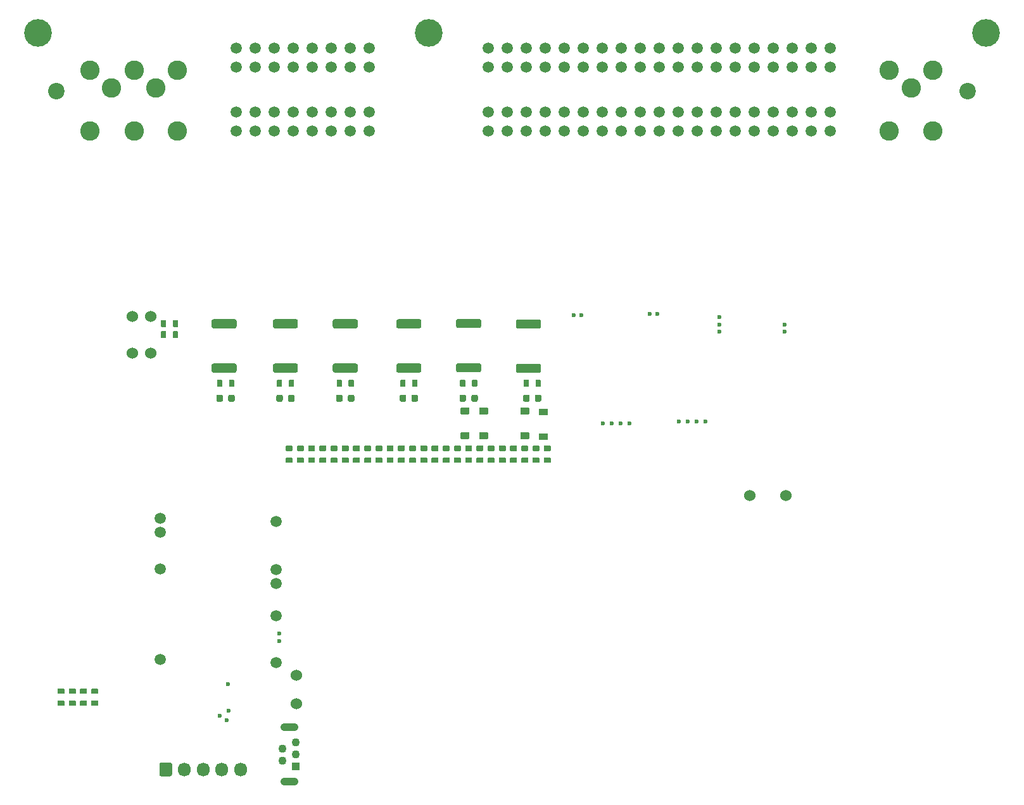
<source format=gbs>
G04 #@! TF.GenerationSoftware,KiCad,Pcbnew,8.0.8*
G04 #@! TF.CreationDate,2025-12-10T15:35:06-05:00*
G04 #@! TF.ProjectId,hellen121vag,68656c6c-656e-4313-9231-7661672e6b69,d*
G04 #@! TF.SameCoordinates,PX2b953a0PY6943058*
G04 #@! TF.FileFunction,Soldermask,Bot*
G04 #@! TF.FilePolarity,Negative*
%FSLAX46Y46*%
G04 Gerber Fmt 4.6, Leading zero omitted, Abs format (unit mm)*
G04 Created by KiCad (PCBNEW 8.0.8) date 2025-12-10 15:35:06*
%MOMM*%
%LPD*%
G01*
G04 APERTURE LIST*
%ADD10C,3.700000*%
%ADD11C,2.200000*%
%ADD12C,2.600000*%
%ADD13C,1.500000*%
%ADD14C,0.600000*%
%ADD15C,1.524000*%
%ADD16O,1.700000X1.850000*%
%ADD17O,2.400000X1.100000*%
%ADD18C,1.100000*%
%ADD19R,1.100000X1.100000*%
%ADD20C,0.599999*%
G04 APERTURE END LIST*
G04 #@! TO.C,R53*
G36*
G01*
X24690000Y23225000D02*
X23910000Y23225000D01*
G75*
G02*
X23840000Y23295000I0J70000D01*
G01*
X23840000Y23855000D01*
G75*
G02*
X23910000Y23925000I70000J0D01*
G01*
X24690000Y23925000D01*
G75*
G02*
X24760000Y23855000I0J-70000D01*
G01*
X24760000Y23295000D01*
G75*
G02*
X24690000Y23225000I-70000J0D01*
G01*
G37*
G36*
G01*
X24690000Y24825000D02*
X23910000Y24825000D01*
G75*
G02*
X23840000Y24895000I0J70000D01*
G01*
X23840000Y25455000D01*
G75*
G02*
X23910000Y25525000I70000J0D01*
G01*
X24690000Y25525000D01*
G75*
G02*
X24760000Y25455000I0J-70000D01*
G01*
X24760000Y24895000D01*
G75*
G02*
X24690000Y24825000I-70000J0D01*
G01*
G37*
G04 #@! TD*
G04 #@! TO.C,R52*
G36*
G01*
X21690000Y24825000D02*
X20910000Y24825000D01*
G75*
G02*
X20840000Y24895000I0J70000D01*
G01*
X20840000Y25455000D01*
G75*
G02*
X20910000Y25525000I70000J0D01*
G01*
X21690000Y25525000D01*
G75*
G02*
X21760000Y25455000I0J-70000D01*
G01*
X21760000Y24895000D01*
G75*
G02*
X21690000Y24825000I-70000J0D01*
G01*
G37*
G36*
G01*
X21690000Y23225000D02*
X20910000Y23225000D01*
G75*
G02*
X20840000Y23295000I0J70000D01*
G01*
X20840000Y23855000D01*
G75*
G02*
X20910000Y23925000I70000J0D01*
G01*
X21690000Y23925000D01*
G75*
G02*
X21760000Y23855000I0J-70000D01*
G01*
X21760000Y23295000D01*
G75*
G02*
X21690000Y23225000I-70000J0D01*
G01*
G37*
G04 #@! TD*
G04 #@! TO.C,R51*
G36*
G01*
X73190000Y55725000D02*
X72410000Y55725000D01*
G75*
G02*
X72340000Y55795000I0J70000D01*
G01*
X72340000Y56355000D01*
G75*
G02*
X72410000Y56425000I70000J0D01*
G01*
X73190000Y56425000D01*
G75*
G02*
X73260000Y56355000I0J-70000D01*
G01*
X73260000Y55795000D01*
G75*
G02*
X73190000Y55725000I-70000J0D01*
G01*
G37*
G36*
G01*
X73190000Y57325000D02*
X72410000Y57325000D01*
G75*
G02*
X72340000Y57395000I0J70000D01*
G01*
X72340000Y57955000D01*
G75*
G02*
X72410000Y58025000I70000J0D01*
G01*
X73190000Y58025000D01*
G75*
G02*
X73260000Y57955000I0J-70000D01*
G01*
X73260000Y57395000D01*
G75*
G02*
X73190000Y57325000I-70000J0D01*
G01*
G37*
G04 #@! TD*
G04 #@! TO.C,R50*
G36*
G01*
X70190000Y55725000D02*
X69410000Y55725000D01*
G75*
G02*
X69340000Y55795000I0J70000D01*
G01*
X69340000Y56355000D01*
G75*
G02*
X69410000Y56425000I70000J0D01*
G01*
X70190000Y56425000D01*
G75*
G02*
X70260000Y56355000I0J-70000D01*
G01*
X70260000Y55795000D01*
G75*
G02*
X70190000Y55725000I-70000J0D01*
G01*
G37*
G36*
G01*
X70190000Y57325000D02*
X69410000Y57325000D01*
G75*
G02*
X69340000Y57395000I0J70000D01*
G01*
X69340000Y57955000D01*
G75*
G02*
X69410000Y58025000I70000J0D01*
G01*
X70190000Y58025000D01*
G75*
G02*
X70260000Y57955000I0J-70000D01*
G01*
X70260000Y57395000D01*
G75*
G02*
X70190000Y57325000I-70000J0D01*
G01*
G37*
G04 #@! TD*
G04 #@! TO.C,R49*
G36*
G01*
X67190000Y55725000D02*
X66410000Y55725000D01*
G75*
G02*
X66340000Y55795000I0J70000D01*
G01*
X66340000Y56355000D01*
G75*
G02*
X66410000Y56425000I70000J0D01*
G01*
X67190000Y56425000D01*
G75*
G02*
X67260000Y56355000I0J-70000D01*
G01*
X67260000Y55795000D01*
G75*
G02*
X67190000Y55725000I-70000J0D01*
G01*
G37*
G36*
G01*
X67190000Y57325000D02*
X66410000Y57325000D01*
G75*
G02*
X66340000Y57395000I0J70000D01*
G01*
X66340000Y57955000D01*
G75*
G02*
X66410000Y58025000I70000J0D01*
G01*
X67190000Y58025000D01*
G75*
G02*
X67260000Y57955000I0J-70000D01*
G01*
X67260000Y57395000D01*
G75*
G02*
X67190000Y57325000I-70000J0D01*
G01*
G37*
G04 #@! TD*
G04 #@! TO.C,R48*
G36*
G01*
X64190000Y55725000D02*
X63410000Y55725000D01*
G75*
G02*
X63340000Y55795000I0J70000D01*
G01*
X63340000Y56355000D01*
G75*
G02*
X63410000Y56425000I70000J0D01*
G01*
X64190000Y56425000D01*
G75*
G02*
X64260000Y56355000I0J-70000D01*
G01*
X64260000Y55795000D01*
G75*
G02*
X64190000Y55725000I-70000J0D01*
G01*
G37*
G36*
G01*
X64190000Y57325000D02*
X63410000Y57325000D01*
G75*
G02*
X63340000Y57395000I0J70000D01*
G01*
X63340000Y57955000D01*
G75*
G02*
X63410000Y58025000I70000J0D01*
G01*
X64190000Y58025000D01*
G75*
G02*
X64260000Y57955000I0J-70000D01*
G01*
X64260000Y57395000D01*
G75*
G02*
X64190000Y57325000I-70000J0D01*
G01*
G37*
G04 #@! TD*
G04 #@! TO.C,R47*
G36*
G01*
X61190000Y55725000D02*
X60410000Y55725000D01*
G75*
G02*
X60340000Y55795000I0J70000D01*
G01*
X60340000Y56355000D01*
G75*
G02*
X60410000Y56425000I70000J0D01*
G01*
X61190000Y56425000D01*
G75*
G02*
X61260000Y56355000I0J-70000D01*
G01*
X61260000Y55795000D01*
G75*
G02*
X61190000Y55725000I-70000J0D01*
G01*
G37*
G36*
G01*
X61190000Y57325000D02*
X60410000Y57325000D01*
G75*
G02*
X60340000Y57395000I0J70000D01*
G01*
X60340000Y57955000D01*
G75*
G02*
X60410000Y58025000I70000J0D01*
G01*
X61190000Y58025000D01*
G75*
G02*
X61260000Y57955000I0J-70000D01*
G01*
X61260000Y57395000D01*
G75*
G02*
X61190000Y57325000I-70000J0D01*
G01*
G37*
G04 #@! TD*
G04 #@! TO.C,R46*
G36*
G01*
X58190000Y55725000D02*
X57410000Y55725000D01*
G75*
G02*
X57340000Y55795000I0J70000D01*
G01*
X57340000Y56355000D01*
G75*
G02*
X57410000Y56425000I70000J0D01*
G01*
X58190000Y56425000D01*
G75*
G02*
X58260000Y56355000I0J-70000D01*
G01*
X58260000Y55795000D01*
G75*
G02*
X58190000Y55725000I-70000J0D01*
G01*
G37*
G36*
G01*
X58190000Y57325000D02*
X57410000Y57325000D01*
G75*
G02*
X57340000Y57395000I0J70000D01*
G01*
X57340000Y57955000D01*
G75*
G02*
X57410000Y58025000I70000J0D01*
G01*
X58190000Y58025000D01*
G75*
G02*
X58260000Y57955000I0J-70000D01*
G01*
X58260000Y57395000D01*
G75*
G02*
X58190000Y57325000I-70000J0D01*
G01*
G37*
G04 #@! TD*
G04 #@! TO.C,R45*
G36*
G01*
X79190000Y55725000D02*
X78410000Y55725000D01*
G75*
G02*
X78340000Y55795000I0J70000D01*
G01*
X78340000Y56355000D01*
G75*
G02*
X78410000Y56425000I70000J0D01*
G01*
X79190000Y56425000D01*
G75*
G02*
X79260000Y56355000I0J-70000D01*
G01*
X79260000Y55795000D01*
G75*
G02*
X79190000Y55725000I-70000J0D01*
G01*
G37*
G36*
G01*
X79190000Y57325000D02*
X78410000Y57325000D01*
G75*
G02*
X78340000Y57395000I0J70000D01*
G01*
X78340000Y57955000D01*
G75*
G02*
X78410000Y58025000I70000J0D01*
G01*
X79190000Y58025000D01*
G75*
G02*
X79260000Y57955000I0J-70000D01*
G01*
X79260000Y57395000D01*
G75*
G02*
X79190000Y57325000I-70000J0D01*
G01*
G37*
G04 #@! TD*
G04 #@! TO.C,R44*
G36*
G01*
X76190000Y55725000D02*
X75410000Y55725000D01*
G75*
G02*
X75340000Y55795000I0J70000D01*
G01*
X75340000Y56355000D01*
G75*
G02*
X75410000Y56425000I70000J0D01*
G01*
X76190000Y56425000D01*
G75*
G02*
X76260000Y56355000I0J-70000D01*
G01*
X76260000Y55795000D01*
G75*
G02*
X76190000Y55725000I-70000J0D01*
G01*
G37*
G36*
G01*
X76190000Y57325000D02*
X75410000Y57325000D01*
G75*
G02*
X75340000Y57395000I0J70000D01*
G01*
X75340000Y57955000D01*
G75*
G02*
X75410000Y58025000I70000J0D01*
G01*
X76190000Y58025000D01*
G75*
G02*
X76260000Y57955000I0J-70000D01*
G01*
X76260000Y57395000D01*
G75*
G02*
X76190000Y57325000I-70000J0D01*
G01*
G37*
G04 #@! TD*
G04 #@! TO.C,R43*
G36*
G01*
X85190000Y55725000D02*
X84410000Y55725000D01*
G75*
G02*
X84340000Y55795000I0J70000D01*
G01*
X84340000Y56355000D01*
G75*
G02*
X84410000Y56425000I70000J0D01*
G01*
X85190000Y56425000D01*
G75*
G02*
X85260000Y56355000I0J-70000D01*
G01*
X85260000Y55795000D01*
G75*
G02*
X85190000Y55725000I-70000J0D01*
G01*
G37*
G36*
G01*
X85190000Y57325000D02*
X84410000Y57325000D01*
G75*
G02*
X84340000Y57395000I0J70000D01*
G01*
X84340000Y57955000D01*
G75*
G02*
X84410000Y58025000I70000J0D01*
G01*
X85190000Y58025000D01*
G75*
G02*
X85260000Y57955000I0J-70000D01*
G01*
X85260000Y57395000D01*
G75*
G02*
X85190000Y57325000I-70000J0D01*
G01*
G37*
G04 #@! TD*
G04 #@! TO.C,R42*
G36*
G01*
X82190000Y55725000D02*
X81410000Y55725000D01*
G75*
G02*
X81340000Y55795000I0J70000D01*
G01*
X81340000Y56355000D01*
G75*
G02*
X81410000Y56425000I70000J0D01*
G01*
X82190000Y56425000D01*
G75*
G02*
X82260000Y56355000I0J-70000D01*
G01*
X82260000Y55795000D01*
G75*
G02*
X82190000Y55725000I-70000J0D01*
G01*
G37*
G36*
G01*
X82190000Y57325000D02*
X81410000Y57325000D01*
G75*
G02*
X81340000Y57395000I0J70000D01*
G01*
X81340000Y57955000D01*
G75*
G02*
X81410000Y58025000I70000J0D01*
G01*
X82190000Y58025000D01*
G75*
G02*
X82260000Y57955000I0J-70000D01*
G01*
X82260000Y57395000D01*
G75*
G02*
X82190000Y57325000I-70000J0D01*
G01*
G37*
G04 #@! TD*
G04 #@! TO.C,R14*
G36*
G01*
X55190000Y55725000D02*
X54410000Y55725000D01*
G75*
G02*
X54340000Y55795000I0J70000D01*
G01*
X54340000Y56355000D01*
G75*
G02*
X54410000Y56425000I70000J0D01*
G01*
X55190000Y56425000D01*
G75*
G02*
X55260000Y56355000I0J-70000D01*
G01*
X55260000Y55795000D01*
G75*
G02*
X55190000Y55725000I-70000J0D01*
G01*
G37*
G36*
G01*
X55190000Y57325000D02*
X54410000Y57325000D01*
G75*
G02*
X54340000Y57395000I0J70000D01*
G01*
X54340000Y57955000D01*
G75*
G02*
X54410000Y58025000I70000J0D01*
G01*
X55190000Y58025000D01*
G75*
G02*
X55260000Y57955000I0J-70000D01*
G01*
X55260000Y57395000D01*
G75*
G02*
X55190000Y57325000I-70000J0D01*
G01*
G37*
G04 #@! TD*
G04 #@! TO.C,R13*
G36*
G01*
X52190000Y55725000D02*
X51410000Y55725000D01*
G75*
G02*
X51340000Y55795000I0J70000D01*
G01*
X51340000Y56355000D01*
G75*
G02*
X51410000Y56425000I70000J0D01*
G01*
X52190000Y56425000D01*
G75*
G02*
X52260000Y56355000I0J-70000D01*
G01*
X52260000Y55795000D01*
G75*
G02*
X52190000Y55725000I-70000J0D01*
G01*
G37*
G36*
G01*
X52190000Y57325000D02*
X51410000Y57325000D01*
G75*
G02*
X51340000Y57395000I0J70000D01*
G01*
X51340000Y57955000D01*
G75*
G02*
X51410000Y58025000I70000J0D01*
G01*
X52190000Y58025000D01*
G75*
G02*
X52260000Y57955000I0J-70000D01*
G01*
X52260000Y57395000D01*
G75*
G02*
X52190000Y57325000I-70000J0D01*
G01*
G37*
G04 #@! TD*
D10*
G04 #@! TO.C,P1*
X144952000Y113258000D03*
D11*
X142502000Y105458000D03*
D10*
X70452000Y113258000D03*
D11*
X20702000Y105458000D03*
D10*
X18252000Y113258000D03*
D12*
X137852000Y108258000D03*
X132052000Y108258000D03*
X134952000Y105928000D03*
X137852000Y100128000D03*
X132052000Y100128000D03*
D13*
X78432000Y100128000D03*
X80972000Y100128000D03*
X83512000Y100128000D03*
X86052000Y100128000D03*
X88592000Y100128000D03*
X91132000Y100128000D03*
X93672000Y100128000D03*
X96212000Y100128000D03*
X98752000Y100128000D03*
X101292000Y100128000D03*
X103832000Y100128000D03*
X106372000Y100128000D03*
X108912000Y100128000D03*
X111452000Y100128000D03*
X113992000Y100128000D03*
X116532000Y100128000D03*
X119072000Y100128000D03*
X121612000Y100128000D03*
X124152000Y100128000D03*
X78432000Y102668000D03*
X80972000Y102668000D03*
X83512000Y102668000D03*
X86052000Y102668000D03*
X88592000Y102668000D03*
X91132000Y102668000D03*
X93672000Y102668000D03*
X96212000Y102668000D03*
X98752000Y102668000D03*
X101292000Y102668000D03*
X103832000Y102668000D03*
X106372000Y102668000D03*
X108912000Y102668000D03*
X111452000Y102668000D03*
X113992000Y102668000D03*
X116532000Y102668000D03*
X119072000Y102668000D03*
X121612000Y102668000D03*
X124152000Y102668000D03*
X78432000Y108718000D03*
X80972000Y108718000D03*
X83512000Y108718000D03*
X86052000Y108718000D03*
X88592000Y108718000D03*
X91132000Y108718000D03*
X93672000Y108718000D03*
X96212000Y108718000D03*
X98752000Y108718000D03*
X101292000Y108718000D03*
X103832000Y108718000D03*
X106372000Y108718000D03*
X108912000Y108718000D03*
X111452000Y108718000D03*
X113992000Y108718000D03*
X116532000Y108718000D03*
X119072000Y108718000D03*
X121612000Y108718000D03*
X124152000Y108718000D03*
X78432000Y111258000D03*
X80972000Y111258000D03*
X83512000Y111258000D03*
X86052000Y111258000D03*
X88592000Y111258000D03*
X91132000Y111258000D03*
X93672000Y111258000D03*
X96212000Y111258000D03*
X98752000Y111258000D03*
X101292000Y111258000D03*
X103832000Y111258000D03*
X106372000Y111258000D03*
X108912000Y111258000D03*
X111452000Y111258000D03*
X113992000Y111258000D03*
X116532000Y111258000D03*
X119072000Y111258000D03*
X121612000Y111258000D03*
X124152000Y111258000D03*
X62462000Y111258000D03*
X59922000Y111258000D03*
X57382000Y111258000D03*
X54842000Y111258000D03*
X52302000Y111258000D03*
X49762000Y111258000D03*
X47222000Y111258000D03*
X44682000Y111258000D03*
X62462000Y108718000D03*
X59922000Y108718000D03*
X57382000Y108718000D03*
X54842000Y108718000D03*
X52302000Y108718000D03*
X49762000Y108718000D03*
X47222000Y108718000D03*
X44682000Y108718000D03*
X62462000Y102668000D03*
X59922000Y102668000D03*
X57382000Y102668000D03*
X54842000Y102668000D03*
X52302000Y102668000D03*
X49762000Y102668000D03*
X47222000Y102668000D03*
X44682000Y102668000D03*
X62462000Y100128000D03*
X59922000Y100128000D03*
X57382000Y100128000D03*
X54842000Y100128000D03*
X52302000Y100128000D03*
X49762000Y100128000D03*
X47222000Y100128000D03*
X44682000Y100128000D03*
D12*
X36852000Y108258000D03*
X31052000Y108258000D03*
X25152000Y108258000D03*
X33952000Y105928000D03*
X28052000Y105928000D03*
X36852000Y100128000D03*
X31052000Y100128000D03*
X25152000Y100128000D03*
G04 #@! TD*
G04 #@! TO.C,R38*
G36*
G01*
X80690000Y55725000D02*
X79910000Y55725000D01*
G75*
G02*
X79840000Y55795000I0J70000D01*
G01*
X79840000Y56355000D01*
G75*
G02*
X79910000Y56425000I70000J0D01*
G01*
X80690000Y56425000D01*
G75*
G02*
X80760000Y56355000I0J-70000D01*
G01*
X80760000Y55795000D01*
G75*
G02*
X80690000Y55725000I-70000J0D01*
G01*
G37*
G36*
G01*
X80690000Y57325000D02*
X79910000Y57325000D01*
G75*
G02*
X79840000Y57395000I0J70000D01*
G01*
X79840000Y57955000D01*
G75*
G02*
X79910000Y58025000I70000J0D01*
G01*
X80690000Y58025000D01*
G75*
G02*
X80760000Y57955000I0J-70000D01*
G01*
X80760000Y57395000D01*
G75*
G02*
X80690000Y57325000I-70000J0D01*
G01*
G37*
G04 #@! TD*
D13*
G04 #@! TO.C,M1*
X50049998Y47874997D03*
X50049998Y41475000D03*
X50049998Y39574997D03*
X50049998Y35274997D03*
D14*
X50499997Y32875000D03*
X50499997Y31874999D03*
D13*
X50049998Y29024997D03*
X34550001Y48324999D03*
X34550001Y46475000D03*
X34550001Y41524997D03*
X34550001Y29474999D03*
G04 #@! TD*
D14*
G04 #@! TO.C,M2*
X109325000Y73300001D03*
X109325000Y74250001D03*
X109325000Y75199999D03*
X118025000Y74200001D03*
X118025000Y73300001D03*
G04 #@! TD*
G04 #@! TO.C,R37*
G36*
G01*
X83690000Y55725000D02*
X82910000Y55725000D01*
G75*
G02*
X82840000Y55795000I0J70000D01*
G01*
X82840000Y56355000D01*
G75*
G02*
X82910000Y56425000I70000J0D01*
G01*
X83690000Y56425000D01*
G75*
G02*
X83760000Y56355000I0J-70000D01*
G01*
X83760000Y55795000D01*
G75*
G02*
X83690000Y55725000I-70000J0D01*
G01*
G37*
G36*
G01*
X83690000Y57325000D02*
X82910000Y57325000D01*
G75*
G02*
X82840000Y57395000I0J70000D01*
G01*
X82840000Y57955000D01*
G75*
G02*
X82910000Y58025000I70000J0D01*
G01*
X83690000Y58025000D01*
G75*
G02*
X83760000Y57955000I0J-70000D01*
G01*
X83760000Y57395000D01*
G75*
G02*
X83690000Y57325000I-70000J0D01*
G01*
G37*
G04 #@! TD*
G04 #@! TO.C,R40*
G36*
G01*
X23190000Y24825000D02*
X22410000Y24825000D01*
G75*
G02*
X22340000Y24895000I0J70000D01*
G01*
X22340000Y25455000D01*
G75*
G02*
X22410000Y25525000I70000J0D01*
G01*
X23190000Y25525000D01*
G75*
G02*
X23260000Y25455000I0J-70000D01*
G01*
X23260000Y24895000D01*
G75*
G02*
X23190000Y24825000I-70000J0D01*
G01*
G37*
G36*
G01*
X23190000Y23225000D02*
X22410000Y23225000D01*
G75*
G02*
X22340000Y23295000I0J70000D01*
G01*
X22340000Y23855000D01*
G75*
G02*
X22410000Y23925000I70000J0D01*
G01*
X23190000Y23925000D01*
G75*
G02*
X23260000Y23855000I0J-70000D01*
G01*
X23260000Y23295000D01*
G75*
G02*
X23190000Y23225000I-70000J0D01*
G01*
G37*
G04 #@! TD*
G04 #@! TO.C,M4*
X105100000Y61237500D03*
X103900000Y61237500D03*
X106300000Y61237500D03*
X107500000Y61237500D03*
X101040000Y75662500D03*
X100040000Y75662500D03*
G04 #@! TD*
G04 #@! TO.C,R39*
G36*
G01*
X86690000Y55725000D02*
X85910000Y55725000D01*
G75*
G02*
X85840000Y55795000I0J70000D01*
G01*
X85840000Y56355000D01*
G75*
G02*
X85910000Y56425000I70000J0D01*
G01*
X86690000Y56425000D01*
G75*
G02*
X86760000Y56355000I0J-70000D01*
G01*
X86760000Y55795000D01*
G75*
G02*
X86690000Y55725000I-70000J0D01*
G01*
G37*
G36*
G01*
X86690000Y57325000D02*
X85910000Y57325000D01*
G75*
G02*
X85840000Y57395000I0J70000D01*
G01*
X85840000Y57955000D01*
G75*
G02*
X85910000Y58025000I70000J0D01*
G01*
X86690000Y58025000D01*
G75*
G02*
X86760000Y57955000I0J-70000D01*
G01*
X86760000Y57395000D01*
G75*
G02*
X86690000Y57325000I-70000J0D01*
G01*
G37*
G04 #@! TD*
G04 #@! TO.C,R29*
G36*
G01*
X59690000Y55725000D02*
X58910000Y55725000D01*
G75*
G02*
X58840000Y55795000I0J70000D01*
G01*
X58840000Y56355000D01*
G75*
G02*
X58910000Y56425000I70000J0D01*
G01*
X59690000Y56425000D01*
G75*
G02*
X59760000Y56355000I0J-70000D01*
G01*
X59760000Y55795000D01*
G75*
G02*
X59690000Y55725000I-70000J0D01*
G01*
G37*
G36*
G01*
X59690000Y57325000D02*
X58910000Y57325000D01*
G75*
G02*
X58840000Y57395000I0J70000D01*
G01*
X58840000Y57955000D01*
G75*
G02*
X58910000Y58025000I70000J0D01*
G01*
X59690000Y58025000D01*
G75*
G02*
X59760000Y57955000I0J-70000D01*
G01*
X59760000Y57395000D01*
G75*
G02*
X59690000Y57325000I-70000J0D01*
G01*
G37*
G04 #@! TD*
G04 #@! TO.C,R33*
G36*
G01*
X68690000Y55725000D02*
X67910000Y55725000D01*
G75*
G02*
X67840000Y55795000I0J70000D01*
G01*
X67840000Y56355000D01*
G75*
G02*
X67910000Y56425000I70000J0D01*
G01*
X68690000Y56425000D01*
G75*
G02*
X68760000Y56355000I0J-70000D01*
G01*
X68760000Y55795000D01*
G75*
G02*
X68690000Y55725000I-70000J0D01*
G01*
G37*
G36*
G01*
X68690000Y57325000D02*
X67910000Y57325000D01*
G75*
G02*
X67840000Y57395000I0J70000D01*
G01*
X67840000Y57955000D01*
G75*
G02*
X67910000Y58025000I70000J0D01*
G01*
X68690000Y58025000D01*
G75*
G02*
X68760000Y57955000I0J-70000D01*
G01*
X68760000Y57395000D01*
G75*
G02*
X68690000Y57325000I-70000J0D01*
G01*
G37*
G04 #@! TD*
G04 #@! TO.C,R35*
G36*
G01*
X56690000Y55725000D02*
X55910000Y55725000D01*
G75*
G02*
X55840000Y55795000I0J70000D01*
G01*
X55840000Y56355000D01*
G75*
G02*
X55910000Y56425000I70000J0D01*
G01*
X56690000Y56425000D01*
G75*
G02*
X56760000Y56355000I0J-70000D01*
G01*
X56760000Y55795000D01*
G75*
G02*
X56690000Y55725000I-70000J0D01*
G01*
G37*
G36*
G01*
X56690000Y57325000D02*
X55910000Y57325000D01*
G75*
G02*
X55840000Y57395000I0J70000D01*
G01*
X55840000Y57955000D01*
G75*
G02*
X55910000Y58025000I70000J0D01*
G01*
X56690000Y58025000D01*
G75*
G02*
X56760000Y57955000I0J-70000D01*
G01*
X56760000Y57395000D01*
G75*
G02*
X56690000Y57325000I-70000J0D01*
G01*
G37*
G04 #@! TD*
G04 #@! TO.C,R31*
G36*
G01*
X71690000Y55725000D02*
X70910000Y55725000D01*
G75*
G02*
X70840000Y55795000I0J70000D01*
G01*
X70840000Y56355000D01*
G75*
G02*
X70910000Y56425000I70000J0D01*
G01*
X71690000Y56425000D01*
G75*
G02*
X71760000Y56355000I0J-70000D01*
G01*
X71760000Y55795000D01*
G75*
G02*
X71690000Y55725000I-70000J0D01*
G01*
G37*
G36*
G01*
X71690000Y57325000D02*
X70910000Y57325000D01*
G75*
G02*
X70840000Y57395000I0J70000D01*
G01*
X70840000Y57955000D01*
G75*
G02*
X70910000Y58025000I70000J0D01*
G01*
X71690000Y58025000D01*
G75*
G02*
X71760000Y57955000I0J-70000D01*
G01*
X71760000Y57395000D01*
G75*
G02*
X71690000Y57325000I-70000J0D01*
G01*
G37*
G04 #@! TD*
G04 #@! TO.C,R30*
G36*
G01*
X65690000Y55725000D02*
X64910000Y55725000D01*
G75*
G02*
X64840000Y55795000I0J70000D01*
G01*
X64840000Y56355000D01*
G75*
G02*
X64910000Y56425000I70000J0D01*
G01*
X65690000Y56425000D01*
G75*
G02*
X65760000Y56355000I0J-70000D01*
G01*
X65760000Y55795000D01*
G75*
G02*
X65690000Y55725000I-70000J0D01*
G01*
G37*
G36*
G01*
X65690000Y57325000D02*
X64910000Y57325000D01*
G75*
G02*
X64840000Y57395000I0J70000D01*
G01*
X64840000Y57955000D01*
G75*
G02*
X64910000Y58025000I70000J0D01*
G01*
X65690000Y58025000D01*
G75*
G02*
X65760000Y57955000I0J-70000D01*
G01*
X65760000Y57395000D01*
G75*
G02*
X65690000Y57325000I-70000J0D01*
G01*
G37*
G04 #@! TD*
D15*
G04 #@! TO.C,F2*
X33300000Y75325000D03*
X33300000Y70425000D03*
G04 #@! TD*
G04 #@! TO.C,D1*
G36*
G01*
X75810000Y58925000D02*
X74790000Y58925000D01*
G75*
G02*
X74700000Y59015000I0J90000D01*
G01*
X74700000Y59735000D01*
G75*
G02*
X74790000Y59825000I90000J0D01*
G01*
X75810000Y59825000D01*
G75*
G02*
X75900000Y59735000I0J-90000D01*
G01*
X75900000Y59015000D01*
G75*
G02*
X75810000Y58925000I-90000J0D01*
G01*
G37*
G36*
G01*
X75810000Y62225000D02*
X74790000Y62225000D01*
G75*
G02*
X74700000Y62315000I0J90000D01*
G01*
X74700000Y63035000D01*
G75*
G02*
X74790000Y63125000I90000J0D01*
G01*
X75810000Y63125000D01*
G75*
G02*
X75900000Y63035000I0J-90000D01*
G01*
X75900000Y62315000D01*
G75*
G02*
X75810000Y62225000I-90000J0D01*
G01*
G37*
G04 #@! TD*
G04 #@! TO.C,R4*
X52800000Y27329999D03*
X52800000Y23519999D03*
G04 #@! TD*
G04 #@! TO.C,F3*
X118250000Y51375000D03*
X113350000Y51375000D03*
G04 #@! TD*
G04 #@! TO.C,F1*
X30800000Y75325000D03*
X30800000Y70425000D03*
G04 #@! TD*
G04 #@! TO.C,J21*
G36*
G01*
X34450000Y14050000D02*
X34450000Y15400000D01*
G75*
G02*
X34700000Y15650000I250000J0D01*
G01*
X35900000Y15650000D01*
G75*
G02*
X36150000Y15400000I0J-250000D01*
G01*
X36150000Y14050000D01*
G75*
G02*
X35900000Y13800000I-250000J0D01*
G01*
X34700000Y13800000D01*
G75*
G02*
X34450000Y14050000I0J250000D01*
G01*
G37*
D16*
X37800000Y14725000D03*
X40300000Y14725000D03*
X42800000Y14725000D03*
X45300000Y14725000D03*
G04 #@! TD*
G04 #@! TO.C,D2*
G36*
G01*
X78310000Y58925000D02*
X77290000Y58925000D01*
G75*
G02*
X77200000Y59015000I0J90000D01*
G01*
X77200000Y59735000D01*
G75*
G02*
X77290000Y59825000I90000J0D01*
G01*
X78310000Y59825000D01*
G75*
G02*
X78400000Y59735000I0J-90000D01*
G01*
X78400000Y59015000D01*
G75*
G02*
X78310000Y58925000I-90000J0D01*
G01*
G37*
G36*
G01*
X78310000Y62225000D02*
X77290000Y62225000D01*
G75*
G02*
X77200000Y62315000I0J90000D01*
G01*
X77200000Y63035000D01*
G75*
G02*
X77290000Y63125000I90000J0D01*
G01*
X78310000Y63125000D01*
G75*
G02*
X78400000Y63035000I0J-90000D01*
G01*
X78400000Y62315000D01*
G75*
G02*
X78310000Y62225000I-90000J0D01*
G01*
G37*
G04 #@! TD*
G04 #@! TO.C,R3*
G36*
G01*
X36950000Y73265000D02*
X36950000Y72485000D01*
G75*
G02*
X36880000Y72415000I-70000J0D01*
G01*
X36320000Y72415000D01*
G75*
G02*
X36250000Y72485000I0J70000D01*
G01*
X36250000Y73265000D01*
G75*
G02*
X36320000Y73335000I70000J0D01*
G01*
X36880000Y73335000D01*
G75*
G02*
X36950000Y73265000I0J-70000D01*
G01*
G37*
G36*
G01*
X35350000Y73265000D02*
X35350000Y72485000D01*
G75*
G02*
X35280000Y72415000I-70000J0D01*
G01*
X34720000Y72415000D01*
G75*
G02*
X34650000Y72485000I0J70000D01*
G01*
X34650000Y73265000D01*
G75*
G02*
X34720000Y73335000I70000J0D01*
G01*
X35280000Y73335000D01*
G75*
G02*
X35350000Y73265000I0J-70000D01*
G01*
G37*
G04 #@! TD*
G04 #@! TO.C,R36*
G36*
G01*
X53690000Y55725000D02*
X52910000Y55725000D01*
G75*
G02*
X52840000Y55795000I0J70000D01*
G01*
X52840000Y56355000D01*
G75*
G02*
X52910000Y56425000I70000J0D01*
G01*
X53690000Y56425000D01*
G75*
G02*
X53760000Y56355000I0J-70000D01*
G01*
X53760000Y55795000D01*
G75*
G02*
X53690000Y55725000I-70000J0D01*
G01*
G37*
G36*
G01*
X53690000Y57325000D02*
X52910000Y57325000D01*
G75*
G02*
X52840000Y57395000I0J70000D01*
G01*
X52840000Y57955000D01*
G75*
G02*
X52910000Y58025000I70000J0D01*
G01*
X53690000Y58025000D01*
G75*
G02*
X53760000Y57955000I0J-70000D01*
G01*
X53760000Y57395000D01*
G75*
G02*
X53690000Y57325000I-70000J0D01*
G01*
G37*
G04 #@! TD*
D14*
G04 #@! TO.C,M3*
X94925000Y61050000D03*
X93725000Y61050000D03*
X96125000Y61050000D03*
X97325000Y61050000D03*
X90865000Y75475000D03*
X89865000Y75475000D03*
G04 #@! TD*
G04 #@! TO.C,R41*
G36*
G01*
X26190000Y24825000D02*
X25410000Y24825000D01*
G75*
G02*
X25340000Y24895000I0J70000D01*
G01*
X25340000Y25455000D01*
G75*
G02*
X25410000Y25525000I70000J0D01*
G01*
X26190000Y25525000D01*
G75*
G02*
X26260000Y25455000I0J-70000D01*
G01*
X26260000Y24895000D01*
G75*
G02*
X26190000Y24825000I-70000J0D01*
G01*
G37*
G36*
G01*
X26190000Y23225000D02*
X25410000Y23225000D01*
G75*
G02*
X25340000Y23295000I0J70000D01*
G01*
X25340000Y23855000D01*
G75*
G02*
X25410000Y23925000I70000J0D01*
G01*
X26190000Y23925000D01*
G75*
G02*
X26260000Y23855000I0J-70000D01*
G01*
X26260000Y23295000D01*
G75*
G02*
X26190000Y23225000I-70000J0D01*
G01*
G37*
G04 #@! TD*
G04 #@! TO.C,R2*
G36*
G01*
X34650000Y73985000D02*
X34650000Y74765000D01*
G75*
G02*
X34720000Y74835000I70000J0D01*
G01*
X35280000Y74835000D01*
G75*
G02*
X35350000Y74765000I0J-70000D01*
G01*
X35350000Y73985000D01*
G75*
G02*
X35280000Y73915000I-70000J0D01*
G01*
X34720000Y73915000D01*
G75*
G02*
X34650000Y73985000I0J70000D01*
G01*
G37*
G36*
G01*
X36250000Y73985000D02*
X36250000Y74765000D01*
G75*
G02*
X36320000Y74835000I70000J0D01*
G01*
X36880000Y74835000D01*
G75*
G02*
X36950000Y74765000I0J-70000D01*
G01*
X36950000Y73985000D01*
G75*
G02*
X36880000Y73915000I-70000J0D01*
G01*
X36320000Y73915000D01*
G75*
G02*
X36250000Y73985000I0J70000D01*
G01*
G37*
G04 #@! TD*
G04 #@! TO.C,R16*
G36*
G01*
X77690000Y55725000D02*
X76910000Y55725000D01*
G75*
G02*
X76840000Y55795000I0J70000D01*
G01*
X76840000Y56355000D01*
G75*
G02*
X76910000Y56425000I70000J0D01*
G01*
X77690000Y56425000D01*
G75*
G02*
X77760000Y56355000I0J-70000D01*
G01*
X77760000Y55795000D01*
G75*
G02*
X77690000Y55725000I-70000J0D01*
G01*
G37*
G36*
G01*
X77690000Y57325000D02*
X76910000Y57325000D01*
G75*
G02*
X76840000Y57395000I0J70000D01*
G01*
X76840000Y57955000D01*
G75*
G02*
X76910000Y58025000I70000J0D01*
G01*
X77690000Y58025000D01*
G75*
G02*
X77760000Y57955000I0J-70000D01*
G01*
X77760000Y57395000D01*
G75*
G02*
X77690000Y57325000I-70000J0D01*
G01*
G37*
G04 #@! TD*
D17*
G04 #@! TO.C,J22*
X51800000Y20375000D03*
X51800000Y13075000D03*
D18*
X52675000Y18325000D03*
X50925000Y17525000D03*
X52675000Y16725000D03*
X50925000Y15925000D03*
D19*
X52675000Y15125000D03*
G04 #@! TD*
D20*
G04 #@! TO.C,M7*
X43662498Y26156661D03*
X43737501Y22606660D03*
X42562497Y21856662D03*
X43437499Y21331662D03*
G04 #@! TD*
G04 #@! TO.C,D3*
G36*
G01*
X83810000Y62225000D02*
X82790000Y62225000D01*
G75*
G02*
X82700000Y62315000I0J90000D01*
G01*
X82700000Y63035000D01*
G75*
G02*
X82790000Y63125000I90000J0D01*
G01*
X83810000Y63125000D01*
G75*
G02*
X83900000Y63035000I0J-90000D01*
G01*
X83900000Y62315000D01*
G75*
G02*
X83810000Y62225000I-90000J0D01*
G01*
G37*
G36*
G01*
X83810000Y58925000D02*
X82790000Y58925000D01*
G75*
G02*
X82700000Y59015000I0J90000D01*
G01*
X82700000Y59735000D01*
G75*
G02*
X82790000Y59825000I90000J0D01*
G01*
X83810000Y59825000D01*
G75*
G02*
X83900000Y59735000I0J-90000D01*
G01*
X83900000Y59015000D01*
G75*
G02*
X83810000Y58925000I-90000J0D01*
G01*
G37*
G04 #@! TD*
G04 #@! TO.C,R34*
G36*
G01*
X74690000Y55725000D02*
X73910000Y55725000D01*
G75*
G02*
X73840000Y55795000I0J70000D01*
G01*
X73840000Y56355000D01*
G75*
G02*
X73910000Y56425000I70000J0D01*
G01*
X74690000Y56425000D01*
G75*
G02*
X74760000Y56355000I0J-70000D01*
G01*
X74760000Y55795000D01*
G75*
G02*
X74690000Y55725000I-70000J0D01*
G01*
G37*
G36*
G01*
X74690000Y57325000D02*
X73910000Y57325000D01*
G75*
G02*
X73840000Y57395000I0J70000D01*
G01*
X73840000Y57955000D01*
G75*
G02*
X73910000Y58025000I70000J0D01*
G01*
X74690000Y58025000D01*
G75*
G02*
X74760000Y57955000I0J-70000D01*
G01*
X74760000Y57395000D01*
G75*
G02*
X74690000Y57325000I-70000J0D01*
G01*
G37*
G04 #@! TD*
G04 #@! TO.C,D4*
G36*
G01*
X86310000Y62075000D02*
X85290000Y62075000D01*
G75*
G02*
X85200000Y62165000I0J90000D01*
G01*
X85200000Y62885000D01*
G75*
G02*
X85290000Y62975000I90000J0D01*
G01*
X86310000Y62975000D01*
G75*
G02*
X86400000Y62885000I0J-90000D01*
G01*
X86400000Y62165000D01*
G75*
G02*
X86310000Y62075000I-90000J0D01*
G01*
G37*
G36*
G01*
X86310000Y58775000D02*
X85290000Y58775000D01*
G75*
G02*
X85200000Y58865000I0J90000D01*
G01*
X85200000Y59585000D01*
G75*
G02*
X85290000Y59675000I90000J0D01*
G01*
X86310000Y59675000D01*
G75*
G02*
X86400000Y59585000I0J-90000D01*
G01*
X86400000Y58865000D01*
G75*
G02*
X86310000Y58775000I-90000J0D01*
G01*
G37*
G04 #@! TD*
G04 #@! TO.C,R32*
G36*
G01*
X62690000Y55725000D02*
X61910000Y55725000D01*
G75*
G02*
X61840000Y55795000I0J70000D01*
G01*
X61840000Y56355000D01*
G75*
G02*
X61910000Y56425000I70000J0D01*
G01*
X62690000Y56425000D01*
G75*
G02*
X62760000Y56355000I0J-70000D01*
G01*
X62760000Y55795000D01*
G75*
G02*
X62690000Y55725000I-70000J0D01*
G01*
G37*
G36*
G01*
X62690000Y57325000D02*
X61910000Y57325000D01*
G75*
G02*
X61840000Y57395000I0J70000D01*
G01*
X61840000Y57955000D01*
G75*
G02*
X61910000Y58025000I70000J0D01*
G01*
X62690000Y58025000D01*
G75*
G02*
X62760000Y57955000I0J-70000D01*
G01*
X62760000Y57395000D01*
G75*
G02*
X62690000Y57325000I-70000J0D01*
G01*
G37*
G04 #@! TD*
G04 #@! TO.C,R17*
G36*
G01*
X83150000Y65985000D02*
X83150000Y66765000D01*
G75*
G02*
X83220000Y66835000I70000J0D01*
G01*
X83780000Y66835000D01*
G75*
G02*
X83850000Y66765000I0J-70000D01*
G01*
X83850000Y65985000D01*
G75*
G02*
X83780000Y65915000I-70000J0D01*
G01*
X83220000Y65915000D01*
G75*
G02*
X83150000Y65985000I0J70000D01*
G01*
G37*
G36*
G01*
X84750000Y65985000D02*
X84750000Y66765000D01*
G75*
G02*
X84820000Y66835000I70000J0D01*
G01*
X85380000Y66835000D01*
G75*
G02*
X85450000Y66765000I0J-70000D01*
G01*
X85450000Y65985000D01*
G75*
G02*
X85380000Y65915000I-70000J0D01*
G01*
X84820000Y65915000D01*
G75*
G02*
X84750000Y65985000I0J70000D01*
G01*
G37*
G04 #@! TD*
G04 #@! TO.C,R25*
G36*
G01*
X42150000Y65985000D02*
X42150000Y66765000D01*
G75*
G02*
X42220000Y66835000I70000J0D01*
G01*
X42780000Y66835000D01*
G75*
G02*
X42850000Y66765000I0J-70000D01*
G01*
X42850000Y65985000D01*
G75*
G02*
X42780000Y65915000I-70000J0D01*
G01*
X42220000Y65915000D01*
G75*
G02*
X42150000Y65985000I0J70000D01*
G01*
G37*
G36*
G01*
X43750000Y65985000D02*
X43750000Y66765000D01*
G75*
G02*
X43820000Y66835000I70000J0D01*
G01*
X44380000Y66835000D01*
G75*
G02*
X44450000Y66765000I0J-70000D01*
G01*
X44450000Y65985000D01*
G75*
G02*
X44380000Y65915000I-70000J0D01*
G01*
X43820000Y65915000D01*
G75*
G02*
X43750000Y65985000I0J70000D01*
G01*
G37*
G04 #@! TD*
G04 #@! TO.C,R19*
G36*
G01*
X66650000Y65985000D02*
X66650000Y66765000D01*
G75*
G02*
X66720000Y66835000I70000J0D01*
G01*
X67280000Y66835000D01*
G75*
G02*
X67350000Y66765000I0J-70000D01*
G01*
X67350000Y65985000D01*
G75*
G02*
X67280000Y65915000I-70000J0D01*
G01*
X66720000Y65915000D01*
G75*
G02*
X66650000Y65985000I0J70000D01*
G01*
G37*
G36*
G01*
X68250000Y65985000D02*
X68250000Y66765000D01*
G75*
G02*
X68320000Y66835000I70000J0D01*
G01*
X68880000Y66835000D01*
G75*
G02*
X68950000Y66765000I0J-70000D01*
G01*
X68950000Y65985000D01*
G75*
G02*
X68880000Y65915000I-70000J0D01*
G01*
X68320000Y65915000D01*
G75*
G02*
X68250000Y65985000I0J70000D01*
G01*
G37*
G04 #@! TD*
G04 #@! TO.C,F10*
G36*
G01*
X44525000Y64631250D02*
X44525000Y64118750D01*
G75*
G02*
X44306250Y63900000I-218750J0D01*
G01*
X43868750Y63900000D01*
G75*
G02*
X43650000Y64118750I0J218750D01*
G01*
X43650000Y64631250D01*
G75*
G02*
X43868750Y64850000I218750J0D01*
G01*
X44306250Y64850000D01*
G75*
G02*
X44525000Y64631250I0J-218750D01*
G01*
G37*
G36*
G01*
X42950000Y64631250D02*
X42950000Y64118750D01*
G75*
G02*
X42731250Y63900000I-218750J0D01*
G01*
X42293750Y63900000D01*
G75*
G02*
X42075000Y64118750I0J218750D01*
G01*
X42075000Y64631250D01*
G75*
G02*
X42293750Y64850000I218750J0D01*
G01*
X42731250Y64850000D01*
G75*
G02*
X42950000Y64631250I0J-218750D01*
G01*
G37*
G04 #@! TD*
G04 #@! TO.C,F6*
G36*
G01*
X77025000Y64631250D02*
X77025000Y64118750D01*
G75*
G02*
X76806250Y63900000I-218750J0D01*
G01*
X76368750Y63900000D01*
G75*
G02*
X76150000Y64118750I0J218750D01*
G01*
X76150000Y64631250D01*
G75*
G02*
X76368750Y64850000I218750J0D01*
G01*
X76806250Y64850000D01*
G75*
G02*
X77025000Y64631250I0J-218750D01*
G01*
G37*
G36*
G01*
X75450000Y64631250D02*
X75450000Y64118750D01*
G75*
G02*
X75231250Y63900000I-218750J0D01*
G01*
X74793750Y63900000D01*
G75*
G02*
X74575000Y64118750I0J218750D01*
G01*
X74575000Y64631250D01*
G75*
G02*
X74793750Y64850000I218750J0D01*
G01*
X75231250Y64850000D01*
G75*
G02*
X75450000Y64631250I0J-218750D01*
G01*
G37*
G04 #@! TD*
G04 #@! TO.C,R27*
G36*
G01*
X52725000Y67800000D02*
X49875000Y67800000D01*
G75*
G02*
X49625000Y68050000I0J250000D01*
G01*
X49625000Y68775000D01*
G75*
G02*
X49875000Y69025000I250000J0D01*
G01*
X52725000Y69025000D01*
G75*
G02*
X52975000Y68775000I0J-250000D01*
G01*
X52975000Y68050000D01*
G75*
G02*
X52725000Y67800000I-250000J0D01*
G01*
G37*
G36*
G01*
X52725000Y73725000D02*
X49875000Y73725000D01*
G75*
G02*
X49625000Y73975000I0J250000D01*
G01*
X49625000Y74700000D01*
G75*
G02*
X49875000Y74950000I250000J0D01*
G01*
X52725000Y74950000D01*
G75*
G02*
X52975000Y74700000I0J-250000D01*
G01*
X52975000Y73975000D01*
G75*
G02*
X52725000Y73725000I-250000J0D01*
G01*
G37*
G04 #@! TD*
G04 #@! TO.C,R23*
G36*
G01*
X58150000Y65985000D02*
X58150000Y66765000D01*
G75*
G02*
X58220000Y66835000I70000J0D01*
G01*
X58780000Y66835000D01*
G75*
G02*
X58850000Y66765000I0J-70000D01*
G01*
X58850000Y65985000D01*
G75*
G02*
X58780000Y65915000I-70000J0D01*
G01*
X58220000Y65915000D01*
G75*
G02*
X58150000Y65985000I0J70000D01*
G01*
G37*
G36*
G01*
X59750000Y65985000D02*
X59750000Y66765000D01*
G75*
G02*
X59820000Y66835000I70000J0D01*
G01*
X60380000Y66835000D01*
G75*
G02*
X60450000Y66765000I0J-70000D01*
G01*
X60450000Y65985000D01*
G75*
G02*
X60380000Y65915000I-70000J0D01*
G01*
X59820000Y65915000D01*
G75*
G02*
X59750000Y65985000I0J70000D01*
G01*
G37*
G04 #@! TD*
G04 #@! TO.C,R24*
G36*
G01*
X50150000Y65985000D02*
X50150000Y66765000D01*
G75*
G02*
X50220000Y66835000I70000J0D01*
G01*
X50780000Y66835000D01*
G75*
G02*
X50850000Y66765000I0J-70000D01*
G01*
X50850000Y65985000D01*
G75*
G02*
X50780000Y65915000I-70000J0D01*
G01*
X50220000Y65915000D01*
G75*
G02*
X50150000Y65985000I0J70000D01*
G01*
G37*
G36*
G01*
X51750000Y65985000D02*
X51750000Y66765000D01*
G75*
G02*
X51820000Y66835000I70000J0D01*
G01*
X52380000Y66835000D01*
G75*
G02*
X52450000Y66765000I0J-70000D01*
G01*
X52450000Y65985000D01*
G75*
G02*
X52380000Y65915000I-70000J0D01*
G01*
X51820000Y65915000D01*
G75*
G02*
X51750000Y65985000I0J70000D01*
G01*
G37*
G04 #@! TD*
G04 #@! TO.C,R28*
G36*
G01*
X44530000Y67800000D02*
X41680000Y67800000D01*
G75*
G02*
X41430000Y68050000I0J250000D01*
G01*
X41430000Y68775000D01*
G75*
G02*
X41680000Y69025000I250000J0D01*
G01*
X44530000Y69025000D01*
G75*
G02*
X44780000Y68775000I0J-250000D01*
G01*
X44780000Y68050000D01*
G75*
G02*
X44530000Y67800000I-250000J0D01*
G01*
G37*
G36*
G01*
X44530000Y73725000D02*
X41680000Y73725000D01*
G75*
G02*
X41430000Y73975000I0J250000D01*
G01*
X41430000Y74700000D01*
G75*
G02*
X41680000Y74950000I250000J0D01*
G01*
X44530000Y74950000D01*
G75*
G02*
X44780000Y74700000I0J-250000D01*
G01*
X44780000Y73975000D01*
G75*
G02*
X44530000Y73725000I-250000J0D01*
G01*
G37*
G04 #@! TD*
G04 #@! TO.C,R22*
G36*
G01*
X69225000Y67800000D02*
X66375000Y67800000D01*
G75*
G02*
X66125000Y68050000I0J250000D01*
G01*
X66125000Y68775000D01*
G75*
G02*
X66375000Y69025000I250000J0D01*
G01*
X69225000Y69025000D01*
G75*
G02*
X69475000Y68775000I0J-250000D01*
G01*
X69475000Y68050000D01*
G75*
G02*
X69225000Y67800000I-250000J0D01*
G01*
G37*
G36*
G01*
X69225000Y73725000D02*
X66375000Y73725000D01*
G75*
G02*
X66125000Y73975000I0J250000D01*
G01*
X66125000Y74700000D01*
G75*
G02*
X66375000Y74950000I250000J0D01*
G01*
X69225000Y74950000D01*
G75*
G02*
X69475000Y74700000I0J-250000D01*
G01*
X69475000Y73975000D01*
G75*
G02*
X69225000Y73725000I-250000J0D01*
G01*
G37*
G04 #@! TD*
G04 #@! TO.C,F9*
G36*
G01*
X52525000Y64631250D02*
X52525000Y64118750D01*
G75*
G02*
X52306250Y63900000I-218750J0D01*
G01*
X51868750Y63900000D01*
G75*
G02*
X51650000Y64118750I0J218750D01*
G01*
X51650000Y64631250D01*
G75*
G02*
X51868750Y64850000I218750J0D01*
G01*
X52306250Y64850000D01*
G75*
G02*
X52525000Y64631250I0J-218750D01*
G01*
G37*
G36*
G01*
X50950000Y64631250D02*
X50950000Y64118750D01*
G75*
G02*
X50731250Y63900000I-218750J0D01*
G01*
X50293750Y63900000D01*
G75*
G02*
X50075000Y64118750I0J218750D01*
G01*
X50075000Y64631250D01*
G75*
G02*
X50293750Y64850000I218750J0D01*
G01*
X50731250Y64850000D01*
G75*
G02*
X50950000Y64631250I0J-218750D01*
G01*
G37*
G04 #@! TD*
G04 #@! TO.C,F8*
G36*
G01*
X60525000Y64631250D02*
X60525000Y64118750D01*
G75*
G02*
X60306250Y63900000I-218750J0D01*
G01*
X59868750Y63900000D01*
G75*
G02*
X59650000Y64118750I0J218750D01*
G01*
X59650000Y64631250D01*
G75*
G02*
X59868750Y64850000I218750J0D01*
G01*
X60306250Y64850000D01*
G75*
G02*
X60525000Y64631250I0J-218750D01*
G01*
G37*
G36*
G01*
X58950000Y64631250D02*
X58950000Y64118750D01*
G75*
G02*
X58731250Y63900000I-218750J0D01*
G01*
X58293750Y63900000D01*
G75*
G02*
X58075000Y64118750I0J218750D01*
G01*
X58075000Y64631250D01*
G75*
G02*
X58293750Y64850000I218750J0D01*
G01*
X58731250Y64850000D01*
G75*
G02*
X58950000Y64631250I0J-218750D01*
G01*
G37*
G04 #@! TD*
G04 #@! TO.C,F5*
G36*
G01*
X85525000Y64631250D02*
X85525000Y64118750D01*
G75*
G02*
X85306250Y63900000I-218750J0D01*
G01*
X84868750Y63900000D01*
G75*
G02*
X84650000Y64118750I0J218750D01*
G01*
X84650000Y64631250D01*
G75*
G02*
X84868750Y64850000I218750J0D01*
G01*
X85306250Y64850000D01*
G75*
G02*
X85525000Y64631250I0J-218750D01*
G01*
G37*
G36*
G01*
X83950000Y64631250D02*
X83950000Y64118750D01*
G75*
G02*
X83731250Y63900000I-218750J0D01*
G01*
X83293750Y63900000D01*
G75*
G02*
X83075000Y64118750I0J218750D01*
G01*
X83075000Y64631250D01*
G75*
G02*
X83293750Y64850000I218750J0D01*
G01*
X83731250Y64850000D01*
G75*
G02*
X83950000Y64631250I0J-218750D01*
G01*
G37*
G04 #@! TD*
G04 #@! TO.C,R18*
G36*
G01*
X74650000Y65985000D02*
X74650000Y66765000D01*
G75*
G02*
X74720000Y66835000I70000J0D01*
G01*
X75280000Y66835000D01*
G75*
G02*
X75350000Y66765000I0J-70000D01*
G01*
X75350000Y65985000D01*
G75*
G02*
X75280000Y65915000I-70000J0D01*
G01*
X74720000Y65915000D01*
G75*
G02*
X74650000Y65985000I0J70000D01*
G01*
G37*
G36*
G01*
X76250000Y65985000D02*
X76250000Y66765000D01*
G75*
G02*
X76320000Y66835000I70000J0D01*
G01*
X76880000Y66835000D01*
G75*
G02*
X76950000Y66765000I0J-70000D01*
G01*
X76950000Y65985000D01*
G75*
G02*
X76880000Y65915000I-70000J0D01*
G01*
X76320000Y65915000D01*
G75*
G02*
X76250000Y65985000I0J70000D01*
G01*
G37*
G04 #@! TD*
G04 #@! TO.C,R20*
G36*
G01*
X85225000Y67762500D02*
X82375000Y67762500D01*
G75*
G02*
X82125000Y68012500I0J250000D01*
G01*
X82125000Y68737500D01*
G75*
G02*
X82375000Y68987500I250000J0D01*
G01*
X85225000Y68987500D01*
G75*
G02*
X85475000Y68737500I0J-250000D01*
G01*
X85475000Y68012500D01*
G75*
G02*
X85225000Y67762500I-250000J0D01*
G01*
G37*
G36*
G01*
X85225000Y73687500D02*
X82375000Y73687500D01*
G75*
G02*
X82125000Y73937500I0J250000D01*
G01*
X82125000Y74662500D01*
G75*
G02*
X82375000Y74912500I250000J0D01*
G01*
X85225000Y74912500D01*
G75*
G02*
X85475000Y74662500I0J-250000D01*
G01*
X85475000Y73937500D01*
G75*
G02*
X85225000Y73687500I-250000J0D01*
G01*
G37*
G04 #@! TD*
G04 #@! TO.C,R21*
G36*
G01*
X77225000Y67837500D02*
X74375000Y67837500D01*
G75*
G02*
X74125000Y68087500I0J250000D01*
G01*
X74125000Y68812500D01*
G75*
G02*
X74375000Y69062500I250000J0D01*
G01*
X77225000Y69062500D01*
G75*
G02*
X77475000Y68812500I0J-250000D01*
G01*
X77475000Y68087500D01*
G75*
G02*
X77225000Y67837500I-250000J0D01*
G01*
G37*
G36*
G01*
X77225000Y73762500D02*
X74375000Y73762500D01*
G75*
G02*
X74125000Y74012500I0J250000D01*
G01*
X74125000Y74737500D01*
G75*
G02*
X74375000Y74987500I250000J0D01*
G01*
X77225000Y74987500D01*
G75*
G02*
X77475000Y74737500I0J-250000D01*
G01*
X77475000Y74012500D01*
G75*
G02*
X77225000Y73762500I-250000J0D01*
G01*
G37*
G04 #@! TD*
G04 #@! TO.C,F7*
G36*
G01*
X69025000Y64631250D02*
X69025000Y64118750D01*
G75*
G02*
X68806250Y63900000I-218750J0D01*
G01*
X68368750Y63900000D01*
G75*
G02*
X68150000Y64118750I0J218750D01*
G01*
X68150000Y64631250D01*
G75*
G02*
X68368750Y64850000I218750J0D01*
G01*
X68806250Y64850000D01*
G75*
G02*
X69025000Y64631250I0J-218750D01*
G01*
G37*
G36*
G01*
X67450000Y64631250D02*
X67450000Y64118750D01*
G75*
G02*
X67231250Y63900000I-218750J0D01*
G01*
X66793750Y63900000D01*
G75*
G02*
X66575000Y64118750I0J218750D01*
G01*
X66575000Y64631250D01*
G75*
G02*
X66793750Y64850000I218750J0D01*
G01*
X67231250Y64850000D01*
G75*
G02*
X67450000Y64631250I0J-218750D01*
G01*
G37*
G04 #@! TD*
G04 #@! TO.C,R26*
G36*
G01*
X60725000Y67800000D02*
X57875000Y67800000D01*
G75*
G02*
X57625000Y68050000I0J250000D01*
G01*
X57625000Y68775000D01*
G75*
G02*
X57875000Y69025000I250000J0D01*
G01*
X60725000Y69025000D01*
G75*
G02*
X60975000Y68775000I0J-250000D01*
G01*
X60975000Y68050000D01*
G75*
G02*
X60725000Y67800000I-250000J0D01*
G01*
G37*
G36*
G01*
X60725000Y73725000D02*
X57875000Y73725000D01*
G75*
G02*
X57625000Y73975000I0J250000D01*
G01*
X57625000Y74700000D01*
G75*
G02*
X57875000Y74950000I250000J0D01*
G01*
X60725000Y74950000D01*
G75*
G02*
X60975000Y74700000I0J-250000D01*
G01*
X60975000Y73975000D01*
G75*
G02*
X60725000Y73725000I-250000J0D01*
G01*
G37*
G04 #@! TD*
M02*

</source>
